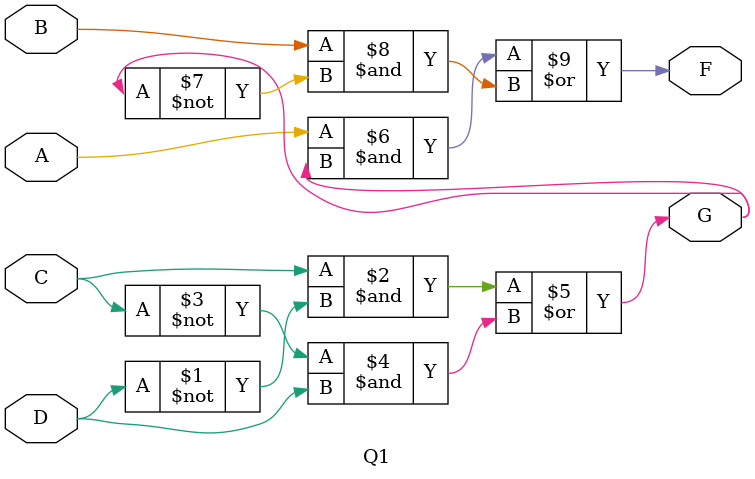
<source format=v>
module Q1(A, B, C, D, G, F);
input A, B, C, D;
output G, F;
assign G = (C & ~D) | (~C & D);
assign F = (A & G) | (B & ~G);
endmodule

</source>
